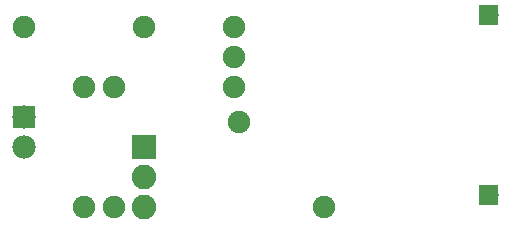
<source format=gtl>
G04 MADE WITH FRITZING*
G04 WWW.FRITZING.ORG*
G04 DOUBLE SIDED*
G04 HOLES PLATED*
G04 CONTOUR ON CENTER OF CONTOUR VECTOR*
%ASAXBY*%
%FSLAX23Y23*%
%MOIN*%
%OFA0B0*%
%SFA1.0B1.0*%
%ADD10C,0.065000*%
%ADD11C,0.075000*%
%ADD12C,0.078000*%
%ADD13C,0.082000*%
%ADD14R,0.078000X0.078000*%
%ADD15R,0.082000X0.082000*%
%ADD16R,0.001000X0.001000*%
%LNCOPPER1*%
G90*
G70*
G54D10*
X1888Y809D03*
X1888Y209D03*
X1888Y809D03*
X1888Y209D03*
G54D11*
X1039Y569D03*
X1039Y669D03*
X1039Y769D03*
X339Y769D03*
X739Y769D03*
G54D12*
X339Y469D03*
X339Y369D03*
G54D13*
X739Y369D03*
X739Y269D03*
X739Y169D03*
G54D11*
X639Y569D03*
X639Y169D03*
X539Y169D03*
X539Y569D03*
X1339Y169D03*
X1056Y452D03*
G54D14*
X339Y469D03*
G54D15*
X739Y369D03*
G54D16*
X1855Y842D02*
X1919Y842D01*
X1855Y841D02*
X1919Y841D01*
X1855Y840D02*
X1919Y840D01*
X1855Y839D02*
X1919Y839D01*
X1855Y838D02*
X1919Y838D01*
X1855Y837D02*
X1919Y837D01*
X1855Y836D02*
X1919Y836D01*
X1855Y835D02*
X1919Y835D01*
X1855Y834D02*
X1919Y834D01*
X1855Y833D02*
X1919Y833D01*
X1855Y832D02*
X1884Y832D01*
X1890Y832D02*
X1919Y832D01*
X1855Y831D02*
X1880Y831D01*
X1894Y831D02*
X1919Y831D01*
X1855Y830D02*
X1877Y830D01*
X1897Y830D02*
X1919Y830D01*
X1855Y829D02*
X1875Y829D01*
X1899Y829D02*
X1919Y829D01*
X1855Y828D02*
X1874Y828D01*
X1901Y828D02*
X1919Y828D01*
X1855Y827D02*
X1872Y827D01*
X1902Y827D02*
X1919Y827D01*
X1855Y826D02*
X1871Y826D01*
X1903Y826D02*
X1919Y826D01*
X1855Y825D02*
X1870Y825D01*
X1904Y825D02*
X1919Y825D01*
X1855Y824D02*
X1869Y824D01*
X1905Y824D02*
X1919Y824D01*
X1855Y823D02*
X1869Y823D01*
X1906Y823D02*
X1919Y823D01*
X1855Y822D02*
X1868Y822D01*
X1906Y822D02*
X1919Y822D01*
X1855Y821D02*
X1867Y821D01*
X1907Y821D02*
X1919Y821D01*
X1855Y820D02*
X1867Y820D01*
X1907Y820D02*
X1919Y820D01*
X1855Y819D02*
X1866Y819D01*
X1908Y819D02*
X1919Y819D01*
X1855Y818D02*
X1866Y818D01*
X1908Y818D02*
X1919Y818D01*
X1855Y817D02*
X1865Y817D01*
X1909Y817D02*
X1919Y817D01*
X1855Y816D02*
X1865Y816D01*
X1909Y816D02*
X1919Y816D01*
X1855Y815D02*
X1865Y815D01*
X1909Y815D02*
X1919Y815D01*
X1855Y814D02*
X1865Y814D01*
X1910Y814D02*
X1919Y814D01*
X1855Y813D02*
X1864Y813D01*
X1910Y813D02*
X1919Y813D01*
X1855Y812D02*
X1864Y812D01*
X1910Y812D02*
X1919Y812D01*
X1855Y811D02*
X1864Y811D01*
X1910Y811D02*
X1919Y811D01*
X1855Y810D02*
X1864Y810D01*
X1910Y810D02*
X1919Y810D01*
X1855Y809D02*
X1864Y809D01*
X1910Y809D02*
X1919Y809D01*
X1855Y808D02*
X1864Y808D01*
X1910Y808D02*
X1919Y808D01*
X1855Y807D02*
X1864Y807D01*
X1910Y807D02*
X1919Y807D01*
X1855Y806D02*
X1864Y806D01*
X1910Y806D02*
X1919Y806D01*
X1855Y805D02*
X1865Y805D01*
X1910Y805D02*
X1919Y805D01*
X1855Y804D02*
X1865Y804D01*
X1909Y804D02*
X1919Y804D01*
X1855Y803D02*
X1865Y803D01*
X1909Y803D02*
X1919Y803D01*
X1855Y802D02*
X1866Y802D01*
X1909Y802D02*
X1919Y802D01*
X1855Y801D02*
X1866Y801D01*
X1908Y801D02*
X1919Y801D01*
X1855Y800D02*
X1866Y800D01*
X1908Y800D02*
X1919Y800D01*
X1855Y799D02*
X1867Y799D01*
X1907Y799D02*
X1919Y799D01*
X1855Y798D02*
X1867Y798D01*
X1907Y798D02*
X1919Y798D01*
X1855Y797D02*
X1868Y797D01*
X1906Y797D02*
X1919Y797D01*
X1855Y796D02*
X1869Y796D01*
X1905Y796D02*
X1919Y796D01*
X1855Y795D02*
X1870Y795D01*
X1905Y795D02*
X1919Y795D01*
X1855Y794D02*
X1871Y794D01*
X1904Y794D02*
X1919Y794D01*
X1855Y793D02*
X1872Y793D01*
X1903Y793D02*
X1919Y793D01*
X1855Y792D02*
X1873Y792D01*
X1901Y792D02*
X1919Y792D01*
X1855Y791D02*
X1874Y791D01*
X1900Y791D02*
X1919Y791D01*
X1855Y790D02*
X1876Y790D01*
X1898Y790D02*
X1919Y790D01*
X1855Y789D02*
X1878Y789D01*
X1896Y789D02*
X1919Y789D01*
X1855Y788D02*
X1881Y788D01*
X1893Y788D02*
X1919Y788D01*
X1855Y787D02*
X1919Y787D01*
X1855Y786D02*
X1919Y786D01*
X1855Y785D02*
X1919Y785D01*
X1855Y784D02*
X1919Y784D01*
X1855Y783D02*
X1919Y783D01*
X1855Y782D02*
X1919Y782D01*
X1855Y781D02*
X1919Y781D01*
X1855Y780D02*
X1919Y780D01*
X1855Y779D02*
X1919Y779D01*
X1855Y778D02*
X1919Y778D01*
X1855Y242D02*
X1919Y242D01*
X1855Y241D02*
X1919Y241D01*
X1855Y240D02*
X1919Y240D01*
X1855Y239D02*
X1919Y239D01*
X1855Y238D02*
X1919Y238D01*
X1855Y237D02*
X1919Y237D01*
X1855Y236D02*
X1919Y236D01*
X1855Y235D02*
X1919Y235D01*
X1855Y234D02*
X1919Y234D01*
X1855Y233D02*
X1919Y233D01*
X1855Y232D02*
X1881Y232D01*
X1893Y232D02*
X1919Y232D01*
X1855Y231D02*
X1878Y231D01*
X1896Y231D02*
X1919Y231D01*
X1855Y230D02*
X1876Y230D01*
X1898Y230D02*
X1919Y230D01*
X1855Y229D02*
X1874Y229D01*
X1900Y229D02*
X1919Y229D01*
X1855Y228D02*
X1873Y228D01*
X1901Y228D02*
X1919Y228D01*
X1855Y227D02*
X1872Y227D01*
X1903Y227D02*
X1919Y227D01*
X1855Y226D02*
X1871Y226D01*
X1904Y226D02*
X1919Y226D01*
X1855Y225D02*
X1870Y225D01*
X1904Y225D02*
X1919Y225D01*
X1855Y224D02*
X1869Y224D01*
X1905Y224D02*
X1919Y224D01*
X1855Y223D02*
X1868Y223D01*
X1906Y223D02*
X1919Y223D01*
X1855Y222D02*
X1868Y222D01*
X1907Y222D02*
X1919Y222D01*
X1855Y221D02*
X1867Y221D01*
X1907Y221D02*
X1919Y221D01*
X1855Y220D02*
X1866Y220D01*
X1908Y220D02*
X1919Y220D01*
X1855Y219D02*
X1866Y219D01*
X1908Y219D02*
X1919Y219D01*
X1855Y218D02*
X1866Y218D01*
X1909Y218D02*
X1919Y218D01*
X1855Y217D02*
X1865Y217D01*
X1909Y217D02*
X1919Y217D01*
X1855Y216D02*
X1865Y216D01*
X1909Y216D02*
X1919Y216D01*
X1855Y215D02*
X1865Y215D01*
X1910Y215D02*
X1919Y215D01*
X1855Y214D02*
X1864Y214D01*
X1910Y214D02*
X1919Y214D01*
X1855Y213D02*
X1864Y213D01*
X1910Y213D02*
X1919Y213D01*
X1855Y212D02*
X1864Y212D01*
X1910Y212D02*
X1919Y212D01*
X1855Y211D02*
X1864Y211D01*
X1910Y211D02*
X1919Y211D01*
X1855Y210D02*
X1864Y210D01*
X1910Y210D02*
X1919Y210D01*
X1855Y209D02*
X1864Y209D01*
X1910Y209D02*
X1919Y209D01*
X1855Y208D02*
X1864Y208D01*
X1910Y208D02*
X1919Y208D01*
X1855Y207D02*
X1864Y207D01*
X1910Y207D02*
X1919Y207D01*
X1855Y206D02*
X1865Y206D01*
X1910Y206D02*
X1919Y206D01*
X1855Y205D02*
X1865Y205D01*
X1909Y205D02*
X1919Y205D01*
X1855Y204D02*
X1865Y204D01*
X1909Y204D02*
X1919Y204D01*
X1855Y203D02*
X1865Y203D01*
X1909Y203D02*
X1919Y203D01*
X1855Y202D02*
X1866Y202D01*
X1908Y202D02*
X1919Y202D01*
X1855Y201D02*
X1866Y201D01*
X1908Y201D02*
X1919Y201D01*
X1855Y200D02*
X1867Y200D01*
X1908Y200D02*
X1919Y200D01*
X1855Y199D02*
X1867Y199D01*
X1907Y199D02*
X1919Y199D01*
X1855Y198D02*
X1868Y198D01*
X1906Y198D02*
X1919Y198D01*
X1855Y197D02*
X1869Y197D01*
X1906Y197D02*
X1919Y197D01*
X1855Y196D02*
X1869Y196D01*
X1905Y196D02*
X1919Y196D01*
X1855Y195D02*
X1870Y195D01*
X1904Y195D02*
X1919Y195D01*
X1855Y194D02*
X1871Y194D01*
X1903Y194D02*
X1919Y194D01*
X1855Y193D02*
X1872Y193D01*
X1902Y193D02*
X1919Y193D01*
X1855Y192D02*
X1874Y192D01*
X1901Y192D02*
X1919Y192D01*
X1855Y191D02*
X1875Y191D01*
X1899Y191D02*
X1919Y191D01*
X1855Y190D02*
X1877Y190D01*
X1897Y190D02*
X1919Y190D01*
X1855Y189D02*
X1880Y189D01*
X1895Y189D02*
X1919Y189D01*
X1855Y188D02*
X1884Y188D01*
X1890Y188D02*
X1919Y188D01*
X1855Y187D02*
X1919Y187D01*
X1855Y186D02*
X1919Y186D01*
X1855Y185D02*
X1919Y185D01*
X1855Y184D02*
X1919Y184D01*
X1855Y183D02*
X1919Y183D01*
X1855Y182D02*
X1919Y182D01*
X1855Y181D02*
X1919Y181D01*
X1855Y180D02*
X1919Y180D01*
X1855Y179D02*
X1919Y179D01*
X1855Y178D02*
X1919Y178D01*
D02*
G04 End of Copper1*
M02*
</source>
